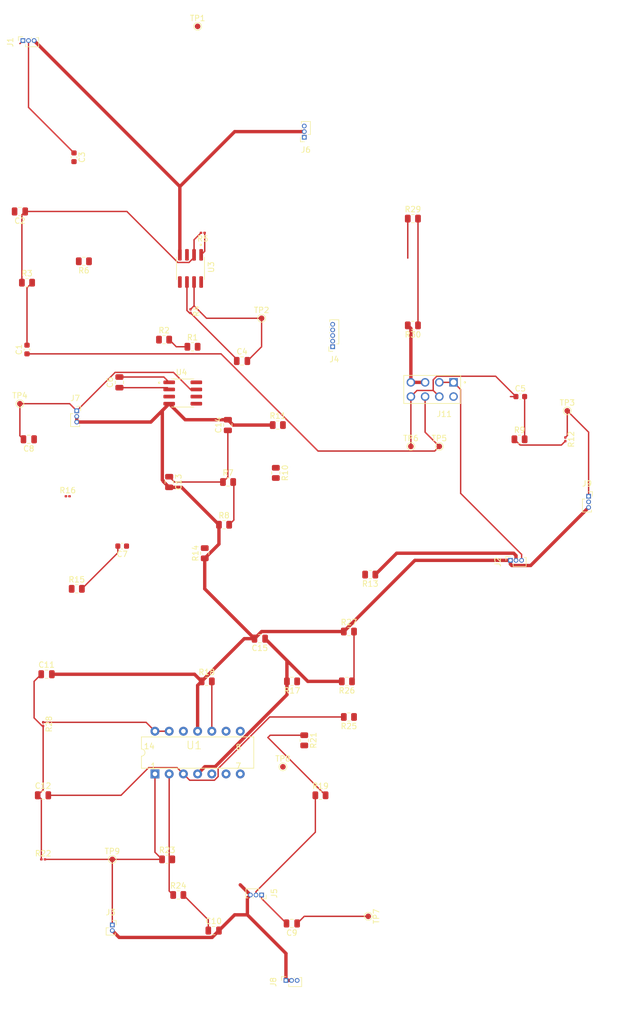
<source format=kicad_pcb>
(kicad_pcb (version 20221018) (generator pcbnew)
  (layers (0 "F.Cu" signal) (31 "B.Cu" signal) (34 "B.Paste" user) (35 "F.Paste" user) (36 "B.SilkS" user "B.Silkscreen") (37 "F.SilkS" user "F.Silkscreen") (38 "B.Mask" user) (39 "F.Mask" user) (44 "Edge.Cuts" user))
  (net 0 "")
  (net 1 "RxIn1")
  (net 2 "Net-(C1-Pad2)")
  (net 3 "Net-(U3A--)")
  (net 4 "Net-(J1-Pin_1)")
  (net 5 "Net-(J1-Pin_2)")
  (net 6 "Net-(C3-Pad2)")
  (net 7 "Net-(U3B--)")
  (net 8 "RxOut1")
  (net 9 "RxIn2")
  (net 10 "Net-(C5-Pad2)")
  (net 11 "Net-(U4A--)")
  (net 12 "Net-(J9-Pin_1)")
  (net 13 "Net-(J9-Pin_2)")
  (net 14 "Net-(C7-Pad2)")
  (net 15 "Net-(U4B--)")
  (net 16 "RxOut2")
  (net 17 "Net-(J8-Pin_3)")
  (net 18 "Net-(J5-Pin_1)")
  (net 19 "Net-(C10-Pad1)")
  (net 20 "GND")
  (net 21 "Net-(C11-Pad1)")
  (net 22 "Net-(U1A-+)")
  (net 23 "+3.3V")
  (net 24 "+12V")
  (net 25 "RxIn")
  (net 26 "TxOut")
  (net 27 "Net-(J4-Pin_5)")
  (net 28 "Net-(J5-Pin_2)")
  (net 29 "Net-(U3A-+)")
  (net 30 "Net-(U3B-+)")
  (net 31 "Net-(U4A-+)")
  (net 32 "Net-(U4B-+)")
  (net 33 "Net-(U1C-+)")
  (net 34 "Net-(U1C--)")
  (net 35 "Net-(U1D-+)")
  (net 36 "Net-(U1A--)")
  (net 37 "Net-(R25-Pad1)")
  (net 38 "Net-(U1D--)")
  (footprint "Capacitor_SMD:C_0805_2012Metric" (layer "F.Cu") (at 43.5 91.44 180)
    (fp_text reference "C8" (at 0 -1.68) (layer "F.SilkS"))
    (fp_text value "22p")
    (pad "1" smd roundrect (at -0.95 0 180) (size 1 1.45) (layers "F.Cu" "F.Paste" "F.Mask") (net 15 "Net-(U4B--)"))
    (pad "2" smd roundrect (at 0.95 0 180) (size 1 1.45) (layers "F.Cu" "F.Paste" "F.Mask") (net 16 "RxOut2"))
  )
  (footprint "Resistor_SMD:R_0201_0603Metric" (layer "F.Cu") (at 72.39 68.58 -90)
    (fp_text reference "R4" (at 0 -1.05 90) (layer "F.SilkS"))
    (fp_text value "120k")
    (pad "1" smd roundrect (at -0.32 0 270) (size 0.46 0.4) (layers "F.Cu" "F.Mask") (net 8 "RxOut1"))
    (pad "2" smd roundrect (at 0.32 0 270) (size 0.46 0.4) (layers "F.Cu" "F.Mask") (net 7 "Net-(U3B--)"))
  )
  (footprint "Capacitor_SMD:C_0805_2012Metric" (layer "F.Cu") (at 90.49 177.8 180)
    (fp_text reference "C9" (at 0 -1.68) (layer "F.SilkS"))
    (fp_text value "10u")
    (pad "1" smd roundrect (at -0.95 0 180) (size 1 1.45) (layers "F.Cu" "F.Paste" "F.Mask") (net 17 "Net-(J8-Pin_3)"))
    (pad "2" smd roundrect (at 0.95 0 180) (size 1 1.45) (layers "F.Cu" "F.Paste" "F.Mask") (net 18 "Net-(J5-Pin_1)"))
  )
  (footprint "Capacitor_SMD:C_0805_2012Metric" (layer "F.Cu") (at 59.69 81.28 90)
    (fp_text reference "C6" (at 0 -1.68 90) (layer "F.SilkS"))
    (fp_text value "22p")
    (pad "1" smd roundrect (at -0.95 0 90) (size 1 1.45) (layers "F.Cu" "F.Paste" "F.Mask") (net 11 "Net-(U4A--)"))
    (pad "2" smd roundrect (at 0.95 0 90) (size 1 1.45) (layers "F.Cu" "F.Paste" "F.Mask") (net 12 "Net-(J9-Pin_1)"))
  )
  (footprint "Resistor_SMD:R_0805_2012Metric" (layer "F.Cu") (at 131.1675 91.44)
    (fp_text reference "R9" (at 0 -1.65) (layer "F.SilkS"))
    (fp_text value "1.2k")
    (pad "1" smd roundrect (at -0.9125 0) (size 1.025 1.4) (layers "F.Cu" "F.Paste" "F.Mask") (roundrect_rratio 0.243902) (net 11 "Net-(U4A--)"))
    (pad "2" smd roundrect (at 0.9125 0) (size 1.025 1.4) (layers "F.Cu" "F.Paste" "F.Mask") (roundrect_rratio 0.243902) (net 10 "Net-(C5-Pad2)"))
  )
  (footprint "Connector_PinSocket_1.00mm:PinSocket_1x03_P1.00mm_Vertical" (layer "F.Cu") (at 89.44 187.96 90)
    (fp_text reference "J8" (at -0.29 -2.25 90) (layer "F.SilkS"))
    (fp_text value "Conn_01x03_Socket")
    (pad "1" thru_hole rect (at 0 0 90) (size 0.85 0.85) (drill 0.5) (layers "*.Cu" "*.Mask") (net 20 "GND"))
    (pad "2" thru_hole oval (at 0 1 90) (size 0.85 0.85) (drill 0.5) (layers "*.Cu" "*.Mask") (net 20 "GND"))
    (pad "3" thru_hole oval (at 0 2 90) (size 0.85 0.85) (drill 0.5) (layers "*.Cu" "*.Mask") (net 17 "Net-(J8-Pin_3)"))
  )
  (footprint "Capacitor_SMD:C_0805_2012Metric" (layer "F.Cu") (at 46.04 154.94)
    (fp_text reference "C12" (at 0 -1.68) (layer "F.SilkS"))
    (fp_text value "2.2n")
    (pad "1" smd roundrect (at -0.95 0) (size 1 1.45) (layers "F.Cu" "F.Paste" "F.Mask") (net 21 "Net-(C11-Pad1)"))
    (pad "2" smd roundrect (at 0.95 0) (size 1 1.45) (layers "F.Cu" "F.Paste" "F.Mask") (net 22 "Net-(U1A-+)"))
  )
  (footprint "Resistor_SMD:R_0805_2012Metric" (layer "F.Cu") (at 112.1175 52.07)
    (fp_text reference "R29" (at 0 -1.65) (layer "F.SilkS"))
    (fp_text value "240")
    (pad "1" smd roundrect (at -0.9125 0) (size 1.025 1.4) (layers "F.Cu" "F.Paste" "F.Mask") (roundrect_rratio 0.243902) (net 23 "+3.3V"))
    (pad "2" smd roundrect (at 0.9125 0) (size 1.025 1.4) (layers "F.Cu" "F.Paste" "F.Mask") (roundrect_rratio 0.243902) (net 27 "Net-(J4-Pin_5)"))
  )
  (footprint "Resistor_SMD:R_0805_2012Metric" (layer "F.Cu") (at 67.6675 73.66)
    (fp_text reference "R2" (at 0 -1.65) (layer "F.SilkS"))
    (fp_text value "10k")
    (pad "1" smd roundrect (at -0.9125 0) (size 1.025 1.4) (layers "F.Cu" "F.Paste" "F.Mask") (roundrect_rratio 0.243902) (net 20 "GND"))
    (pad "2" smd roundrect (at 0.9125 0) (size 1.025 1.4) (layers "F.Cu" "F.Paste" "F.Mask") (roundrect_rratio 0.243902) (net 29 "Net-(U3A-+)"))
  )
  (footprint "Connector_PinSocket_1.00mm:PinSocket_1x02_P1.00mm_Vertical" (layer "F.Cu") (at 58.42 178.07)
    (fp_text reference "J3" (at -0.29 -2.25) (layer "F.SilkS"))
    (fp_text value "Conn_01x02_Socket")
    (pad "1" thru_hole rect (at 0 0) (size 0.85 0.85) (drill 0.5) (layers "*.Cu" "*.Mask") (net 26 "TxOut"))
    (pad "2" thru_hole oval (at 0 1) (size 0.85 0.85) (drill 0.5) (layers "*.Cu" "*.Mask") (net 20 "GND"))
  )
  (footprint "Resistor_SMD:R_0805_2012Metric" (layer "F.Cu") (at 74.93 111.76 90)
    (fp_text reference "R14" (at 0 -1.65 90) (layer "F.SilkS"))
    (fp_text value "10k")
    (pad "1" smd roundrect (at -0.9125 0 90) (size 1.025 1.4) (layers "F.Cu" "F.Paste" "F.Mask") (roundrect_rratio 0.243902) (net 20 "GND"))
    (pad "2" smd roundrect (at 0.9125 0 90) (size 1.025 1.4) (layers "F.Cu" "F.Paste" "F.Mask") (roundrect_rratio 0.243902) (net 32 "Net-(U4B-+)"))
  )
  (footprint "TestPoint:TestPoint_Pad_D1.0mm" (layer "F.Cu") (at 85.09 69.85)
    (fp_text reference "TP2" (at 0 -1.448) (layer "F.SilkS"))
    (fp_text value "TestPoint")
    (pad "1" smd circle (at 0 0) (size 1 1) (layers "F.Cu" "F.Mask") (net 8 "RxOut1"))
  )
  (footprint "MC33079P:DIL14" (layer "F.Cu") (at 73.66 147.32)
    (fp_text reference "U1" (at -0.635 -1.2954) (layer "F.SilkS") (effects (font (size 1.4 1.4))))
    (fp_text value "MC33079")
    (fp_text user "7" (at 7.2898 2.3876) (layer "F.SilkS"))
    (fp_text user "14" (at -8.636 -1.1176) (layer "F.SilkS"))
    (fp_text user "8" (at 7.2898 -0.9398) (layer "F.SilkS"))
    (fp_text user "1" (at -7.9248 2.3876) (layer "F.SilkS"))
    (pad "1" thru_hole rect (at -7.62 3.81) (size 1.6002 1.6002) (drill 0.8128) (layers "*.Cu" "*.Mask") (net 26 "TxOut"))
    (pad "2" thru_hole circle (at -5.08 3.81) (size 1.6002 1.6002) (drill 0.8128) (layers "*.Cu" "*.Mask") (net 36 "Net-(U1A--)"))
    (pad "3" thru_hole circle (at -2.54 3.81) (size 1.6002 1.6002) (drill 0.8128) (layers "*.Cu" "*.Mask") (net 22 "Net-(U1A-+)"))
    (pad "4" thru_hole circle (at 0 3.81) (size 1.6002 1.6002) (drill 0.8128) (layers "*.Cu" "*.Mask") (net 24 "+12V"))
    (pad "5" thru_hole circle (at 2.54 3.81) (size 1.6002 1.6002) (drill 0.8128) (layers "*.Cu" "*.Mask") (net 20 "GND"))
    (pad "6" thru_hole circle (at 5.08 3.81) (size 1.6002 1.6002) (drill 0.8128) (layers "*.Cu" "*.Mask") (net 20 "GND"))
    (pad "7" thru_hole circle (at 7.62 3.81) (size 1.6002 1.6002) (drill 0.8128) (layers "*.Cu" "*.Mask") (net 20 "GND"))
    (pad "8" thru_hole circle (at 7.62 -3.81) (size 1.6002 1.6002) (drill 0.8128) (layers "*.Cu" "*.Mask") (net 35 "Net-(U1D-+)"))
    (pad "9" thru_hole circle (at 5.08 -3.81) (size 1.6002 1.6002) (drill 0.8128) (layers "*.Cu" "*.Mask") (net 34 "Net-(U1C--)"))
    (pad "10" thru_hole circle (at 2.54 -3.81) (size 1.6002 1.6002) (drill 0.8128) (layers "*.Cu" "*.Mask") (net 33 "Net-(U1C-+)"))
    (pad "11" thru_hole circle (at 0 -3.81) (size 1.6002 1.6002) (drill 0.8128) (layers "*.Cu" "*.Mask") (net 20 "GND"))
    (pad "12" thru_hole circle (at -2.54 -3.81) (size 1.6002 1.6002) (drill 0.8128) (layers "*.Cu" "*.Mask") (net 35 "Net-(U1D-+)"))
    (pad "13" thru_hole circle (at -5.08 -3.81) (size 1.6002 1.6002) (drill 0.8128) (layers "*.Cu" "*.Mask") (net 38 "Net-(U1D--)"))
    (pad "14" thru_hole circle (at -7.62 -3.81) (size 1.6002 1.6002) (drill 0.8128) (layers "*.Cu" "*.Mask") (net 38 "Net-(U1D--)"))
  )
  (footprint "Resistor_SMD:R_0201_0603Metric" (layer "F.Cu") (at 46.065 142.24 -90)
    (fp_text reference "R28" (at 0 -1.05 90) (layer "F.SilkS"))
    (fp_text value "1.8k")
    (pad "1" smd roundrect (at -0.32 0 270) (size 0.46 0.4) (layers "F.Cu" "F.Mask") (net 38 "Net-(U1D--)"))
    (pad "2" smd roundrect (at 0.32 0 270) (size 0.46 0.4) (layers "F.Cu" "F.Mask") (net 21 "Net-(C11-Pad1)"))
  )
  (footprint "TestPoint:TestPoint_Pad_D1.0mm" (layer "F.Cu") (at 104.14 176.53 -90)
    (fp_text reference "TP7" (at 0 -1.448 90) (layer "F.SilkS"))
    (fp_text value "TestPoint")
    (pad "1" smd circle (at 0 0 270) (size 1 1) (layers "F.Cu" "F.Mask") (net 17 "Net-(J8-Pin_3)"))
  )
  (footprint "Resistor_SMD:R_0805_2012Metric" (layer "F.Cu") (at 68.2225 166.37)
    (fp_text reference "R23" (at 0 -1.65) (layer "F.SilkS"))
    (fp_text value "20k")
    (pad "1" smd roundrect (at -0.9125 0) (size 1.025 1.4) (layers "F.Cu" "F.Paste" "F.Mask") (roundrect_rratio 0.243902) (net 26 "TxOut"))
    (pad "2" smd roundrect (at 0.9125 0) (size 1.025 1.4) (layers "F.Cu" "F.Paste" "F.Mask") (roundrect_rratio 0.243902) (net 36 "Net-(U1A--)"))
  )
  (footprint "Resistor_SMD:R_0805_2012Metric" (layer "F.Cu") (at 53.34 59.69 180)
    (fp_text reference "R6" (at 0 -1.65) (layer "F.SilkS"))
    (fp_text value "1.2k")
    (pad "1" smd roundrect (at -0.9125 0 180) (size 1.025 1.4) (layers "F.Cu" "F.Paste" "F.Mask") (roundrect_rratio 0.243902) (net 7 "Net-(U3B--)"))
    (pad "2" smd roundrect (at 0.9125 0 180) (size 1.025 1.4) (layers "F.Cu" "F.Paste" "F.Mask") (roundrect_rratio 0.243902) (net 6 "Net-(C3-Pad2)"))
  )
  (footprint "Resistor_SMD:R_0805_2012Metric" (layer "F.Cu") (at 78.3825 106.68)
    (fp_text reference "R8" (at 0 -1.65) (layer "F.SilkS"))
    (fp_text value "10k")
    (pad "1" smd roundrect (at -0.9125 0) (size 1.025 1.4) (layers "F.Cu" "F.Paste" "F.Mask") (roundrect_rratio 0.243902) (net 20 "GND"))
    (pad "2" smd roundrect (at 0.9125 0) (size 1.025 1.4) (layers "F.Cu" "F.Paste" "F.Mask") (roundrect_rratio 0.243902) (net 30 "Net-(U3B-+)"))
  )
  (footprint "Capacitor_SMD:C_0805_2012Metric" (layer "F.Cu") (at 81.6 77.47)
    (fp_text reference "C4" (at 0 -1.68) (layer "F.SilkS"))
    (fp_text value "22p")
    (pad "1" smd roundrect (at -0.95 0) (size 1 1.45) (layers "F.Cu" "F.Paste" "F.Mask") (net 7 "Net-(U3B--)"))
    (pad "2" smd roundrect (at 0.95 0) (size 1 1.45) (layers "F.Cu" "F.Paste" "F.Mask") (net 8 "RxOut1"))
  )
  (footprint "Resistor_SMD:R_0201_0603Metric" (layer "F.Cu") (at 50.455 101.6)
    (fp_text reference "R16" (at 0 -1.05) (layer "F.SilkS"))
    (fp_text value "120k")
    (pad "1" smd roundrect (at -0.32 0) (size 0.46 0.4) (layers "F.Cu" "F.Mask") (net 16 "RxOut2"))
    (pad "2" smd roundrect (at 0.32 0) (size 0.46 0.4) (layers "F.Cu" "F.Mask") (net 15 "Net-(U4B--)"))
  )
  (footprint "TestPoint:TestPoint_Pad_D1.0mm" (layer "F.Cu") (at 88.9 149.86)
    (fp_text reference "TP8" (at 0 -1.448) (layer "F.SilkS"))
    (fp_text value "TestPoint")
    (pad "1" smd circle (at 0 0) (size 1 1) (layers "F.Cu" "F.Mask") (net 35 "Net-(U1D-+)"))
  )
  (footprint "Resistor_SMD:R_0201_0603Metric" (layer "F.Cu") (at 74.585 54.61 180)
    (fp_text reference "R5" (at 0 -1.05) (layer "F.SilkS"))
    (fp_text value "120k")
    (pad "1" smd roundrect (at -0.32 0 180) (size 0.46 0.4) (layers "F.Cu" "F.Mask") (net 4 "Net-(J1-Pin_1)"))
    (pad "2" smd roundrect (at 0.32 0 180) (size 0.46 0.4) (layers "F.Cu" "F.Mask") (net 3 "Net-(U3A--)"))
  )
  (footprint "TestPoint:TestPoint_Pad_D1.0mm" (layer "F.Cu") (at 139.7 86.36)
    (fp_text reference "TP3" (at 0 -1.448) (layer "F.SilkS"))
    (fp_text value "TestPoint")
    (pad "1" smd circle (at 0 0) (size 1 1) (layers "F.Cu" "F.Mask") (net 12 "Net-(J9-Pin_1)"))
  )
  (footprint "TL082:SOIC127P600X175-8N" (layer "F.Cu") (at 72.39 60.96 -90)
    (fp_text reference "U3" (at -0.22823 -3.69219 90) (layer "F.SilkS") (effects (font (size 1.00126 1.00126))))
    (fp_text value "TL082")
    (pad "1" smd roundrect (at -2.425 -1.905 270) (size 2.07 0.66) (layers "F.Cu" "F.Paste" "F.Mask") (net 4 "Net-(J1-Pin_1)"))
    (pad "2" smd roundrect (at -2.425 -0.635 270) (size 2.07 0.66) (layers "F.Cu" "F.Paste" "F.Mask") (net 3 "Net-(U3A--)"))
    (pad "3" smd roundrect (at -2.425 0.635 270) (size 2.07 0.66) (layers "F.Cu" "F.Paste" "F.Mask") (net 29 "Net-(U3A-+)"))
    (pad "4" smd roundrect (at -2.425 1.905 270) (size 2.07 0.66) (layers "F.Cu" "F.Paste" "F.Mask") (net 20 "GND"))
    (pad "5" smd roundrect (at 2.425 1.905 270) (size 2.07 0.66) (layers "F.Cu" "F.Paste" "F.Mask") (net 30 "Net-(U3B-+)"))
    (pad "6" smd roundrect (at 2.425 0.635 270) (size 2.07 0.66) (layers "F.Cu" "F.Paste" "F.Mask") (net 7 "Net-(U3B--)"))
    (pad "7" smd roundrect (at 2.425 -0.635 270) (size 2.07 0.66) (layers "F.Cu" "F.Paste" "F.Mask") (net 8 "RxOut1"))
    (pad "8" smd roundrect (at 2.425 -1.905 270) (size 2.07 0.66) (layers "F.Cu" "F.Paste" "F.Mask") (net 23 "+3.3V"))
  )
  (footprint "Capacitor_SMD:C_0805_2012Metric" (layer "F.Cu") (at 79.06 88.9 90)
    (fp_text reference "C14" (at 0 -1.68 90) (layer "F.SilkS"))
    (fp_text value "0.1u")
    (pad "1" smd roundrect (at -0.95 0 90) (size 1 1.45) (layers "F.Cu" "F.Paste" "F.Mask") (net 23 "+3.3V"))
    (pad "2" smd roundrect (at 0.95 0 90) (size 1 1.45) (layers "F.Cu" "F.Paste" "F.Mask") (net 20 "GND"))
  )
  (footprint "TestPoint:TestPoint_Pad_D1.0mm" (layer "F.Cu") (at 111.76 92.71)
    (fp_text reference "TP6" (at 0 -1.448) (layer "F.SilkS"))
    (fp_text value "TestPoint")
    (pad "1" smd circle (at 0 0) (size 1 1) (layers "F.Cu" "F.Mask") (net 9 "RxIn2"))
  )
  (footprint "Capacitor_SMD:C_0603_1608Metric" (layer "F.Cu") (at 43.18 75.425 90)
    (fp_text reference "C1" (at 0 -1.43 90) (layer "F.SilkS"))
    (fp_text value "6.8n")
    (pad "1" smd roundrect (at -0.775 0 90) (size 0.9 0.95) (layers "F.Cu" "F.Paste" "F.Mask") (net 1 "RxIn1"))
    (pad "2" smd roundrect (at 0.775 0 90) (size 0.9 0.95) (layers "F.Cu" "F.Paste" "F.Mask") (net 2 "Net-(C1-Pad2)"))
  )
  (footprint "Resistor_SMD:R_0805_2012Metric" (layer "F.Cu") (at 43.18 63.5)
    (fp_text reference "R3" (at 0 -1.65) (layer "F.SilkS"))
    (fp_text value "1.2k")
    (pad "1" smd roundrect (at -0.9125 0) (size 1.025 1.4) (layers "F.Cu" "F.Paste" "F.Mask") (roundrect_rratio 0.243902) (net 3 "Net-(U3A--)"))
    (pad "2" smd roundrect (at 0.9125 0) (size 1.025 1.4) (layers "F.Cu" "F.Paste" "F.Mask") (roundrect_rratio 0.243902) (net 2 "Net-(C1-Pad2)"))
  )
  (footprint "Resistor_SMD:R_0805_2012Metric" (layer "F.Cu") (at 104.4975 115.57 180)
    (fp_text reference "R13" (at 0 -1.65) (layer "F.SilkS"))
    (fp_text value "10k")
    (pad "1" smd roundrect (at -0.9125 0 180) (size 1.025 1.4) (layers "F.Cu" "F.Paste" "F.Mask") (roundrect_rratio 0.243902) (net 23 "+3.3V"))
    (pad "2" smd roundrect (at 0.9125 0 180) (size 1.025 1.4) (layers "F.Cu" "F.Paste" "F.Mask") (roundrect_rratio 0.243902) (net 32 "Net-(U4B-+)"))
  )
  (footprint "TestPoint:TestPoint_Pad_D1.0mm" (layer "F.Cu") (at 73.66 17.78)
    (fp_text reference "TP1" (at 0 -1.448) (layer "F.SilkS"))
    (fp_text value "TestPoint")
    (pad "1" smd circle (at 0 0) (size 1 1) (layers "F.Cu" "F.Mask") (net 4 "Net-(J1-Pin_1)"))
  )
  (footprint "TestPoint:TestPoint_Pad_D1.0mm" (layer "F.Cu") (at 41.91 85.09)
    (fp_text reference "TP4" (at 0 -1.448) (layer "F.SilkS"))
    (fp_text value "TestPoint")
    (pad "1" smd circle (at 0 0) (size 1 1) (layers "F.Cu" "F.Mask") (net 16 "RxOut2"))
  )
  (footprint "Resistor_SMD:R_0805_2012Metric" (layer "F.Cu") (at 75.2875 134.62)
    (fp_text reference "R18" (at 0 -1.65) (layer "F.SilkS"))
    (fp_text value "10k")
    (pad "1" smd roundrect (at -0.9125 0) (size 1.025 1.4) (layers "F.Cu" "F.Paste" "F.Mask") (roundrect_rratio 0.243902) (net 20 "GND"))
    (pad "2" smd roundrect (at 0.9125 0) (size 1.025 1.4) (layers "F.Cu" "F.Paste" "F.Mask") (roundrect_rratio 0.243902) (net 33 "Net-(U1C-+)"))
  )
  (footprint "Resistor_SMD:R_0805_2012Metric" (layer "F.Cu") (at 90.5275 134.62 180)
    (fp_text reference "R17" (at 0 -1.65) (layer "F.SilkS"))
    (fp_text value "10k")
    (pad "1" smd roundrect (at -0.9125 0 180) (size 1.025 1.4) (layers "F.Cu" "F.Paste" "F.Mask") (roundrect_rratio 0.243902) (net 33 "Net-(U1C-+)"))
    (pad "2" smd roundrect (at 0.9125 0 180) (size 1.025 1.4) (layers "F.Cu" "F.Paste" "F.Mask") (roundrect_rratio 0.243902) (net 24 "+12V"))
  )
  (footprint "Connector_PinSocket_1.00mm:PinSocket_1x03_P1.00mm_Vertical" (layer "F.Cu") (at 92.71 37.56 180)
    (fp_text reference "J6" (at -0.29 -2.25) (layer "F.SilkS"))
    (fp_text value "Conn_01x03_Socket")
    (pad "1" thru_hole rect (at 0 0 180) (size 0.85 0.85) (drill 0.5) (layers "*.Cu" "*.Mask") (net 8 "RxOut1"))
    (pad "2" thru_hole oval (at 0 1 180) (size 0.85 0.85) (drill 0.5) (layers "*.Cu" "*.Mask") (net 20 "GND"))
    (pad "3" thru_hole oval (at 0 2 180) (size 0.85 0.85) (drill 0.5) (layers "*.Cu" "*.Mask") (net 20 "GND"))
  )
  (footprint "Capacitor_SMD:C_0603_1608Metric" (layer "F.Cu") (at 131.305 83.82)
    (fp_text reference "C5" (at 0 -1.43) (layer "F.SilkS"))
    (fp_text value "6.8n")
    (pad "1" smd roundrect (at -0.775 0) (size 0.9 0.95) (layers "F.Cu" "F.Paste" "F.Mask") (net 9 "RxIn2"))
    (pad "2" smd roundrect (at 0.775 0) (size 0.9 0.95) (layers "F.Cu" "F.Paste" "F.Mask") (net 10 "Net-(C5-Pad2)"))
  )
  (footprint "Resistor_SMD:R_0201_0603Metric" (layer "F.Cu") (at 46.065 166.37)
    (fp_text reference "R22" (at 0 -1.05) (layer "F.SilkS"))
    (fp_text value "1.8k")
    (pad "1" smd roundrect (at -0.32 0) (size 0.46 0.4) (layers "F.Cu" "F.Mask") (net 21 "Net-(C11-Pad1)"))
    (pad "2" smd roundrect (at 0.32 0) (size 0.46 0.4) (layers "F.Cu" "F.Mask") (net 26 "TxOut"))
  )
  (footprint "Resistor_SMD:R_0805_2012Metric" (layer "F.Cu") (at 100.6875 140.97 180)
    (fp_text reference "R25" (at 0 -1.65) (layer "F.SilkS"))
    (fp_text value "3k")
    (pad "1" smd roundrect (at -0.9125 0 180) (size 1.025 1.4) (layers "F.Cu" "F.Paste" "F.Mask") (roundrect_rratio 0.243902) (net 37 "Net-(R25-Pad1)"))
    (pad "2" smd roundrect (at 0.9125 0 180) (size 1.025 1.4) (layers "F.Cu" "F.Paste" "F.Mask") (roundrect_rratio 0.243902) (net 22 "Net-(U1A-+)"))
  )
  (footprint "Capacitor_SMD:C_0805_2012Metric" (layer "F.Cu") (at 46.67 133.35)
    (fp_text reference "C11" (at 0 -1.68) (layer "F.SilkS"))
    (fp_text value "2.2n")
    (pad "1" smd roundrect (at -0.95 0) (size 1 1.45) (layers "F.Cu" "F.Paste" "F.Mask") (net 21 "Net-(C11-Pad1)"))
    (pad "2" smd roundrect (at 0.95 0) (size 1 1.45) (layers "F.Cu" "F.Paste" "F.Mask") (net 20 "GND"))
  )
  (footprint "Capacitor_SMD:C_0805_2012Metric" (layer "F.Cu") (at 41.91 50.8 180)
    (fp_text reference "C2" (at 0 -1.68) (layer "F.SilkS"))
    (fp_text value "22p")
    (pad "1" smd roundrect (at -0.95 0 180) (size 1 1.45) (layers "F.Cu" "F.Paste" "F.Mask") (net 3 "Net-(U3A--)"))
    (pad "2" smd roundrect (at 0.95 0 180) (size 1 1.45) (layers "F.Cu" "F.Paste" "F.Mask") (net 4 "Net-(J1-Pin_1)"))
  )
  (footprint "Resistor_SMD:R_0805_2012Metric" (layer "F.Cu") (at 72.7475 74.93)
    (fp_text reference "R1" (at 0 -1.65) (layer "F.SilkS"))
    (fp_text value "10k")
    (pad "1" smd roundrect (at -0.9125 0) (size 1.025 1.4) (layers "F.Cu" "F.Paste" "F.Mask") (roundrect_rratio 0.243902) (net 29 "Net-(U3A-+)"))
    (pad "2" smd roundrect (at 0.9125 0) (size 1.025 1.4) (layers "F.Cu" "F.Paste" "F.Mask") (roundrect_rratio 0.243902) (net 23 "+3.3V"))
  )
  (footprint "Resistor_SMD:R_0805_2012Metric" (layer "F.Cu") (at 87.9875 88.9)
    (fp_text reference "R11" (at 0 -1.65) (layer "F.SilkS"))
    (fp_text value "10k")
    (pad "1" smd roundrect (at -0.9125 0) (size 1.025 1.4) (layers "F.Cu" "F.Paste" "F.Mask") (roundrect_rratio 0.243902) (net 20 "GND"))
    (pad "2" smd roundrect (at 0.9125 0) (size 1.025 1.4) (layers "F.Cu" "F.Paste" "F.Mask") (roundrect_rratio 0.243902) (net 31 "Net-(U4A-+)"))
  )
  (footprint "Resistor_SMD:R_0805_2012Metric" (layer "F.Cu") (at 87.63 97.4325 -90)
    (fp_text reference "R10" (at 0 -1.65 90) (layer "F.SilkS"))
    (fp_text value "10k")
    (pad "1" smd roundrect (at -0.9125 0 270) (size 1.025 1.4) (layers "F.Cu" "F.Paste" "F.Mask") (roundrect_rratio 0.243902) (net 31 "Net-(U4A-+)"))
    (pad "2" smd roundrect (at 0.9125 0 270) (size 1.025 1.4) (layers "F.Cu" "F.Paste" "F.Mask") (roundrect_rratio 0.243902) (net 23 "+3.3V"))
  )
  (footprint "Resistor_SMD:R_0805_2012Metric" (layer "F.Cu") (at 52.07 118.11)
    (fp_text reference "R15" (at 0 -1.65) (layer "F.SilkS"))
    (fp_text value "1.2k")
    (pad "1" smd roundrect (at -0.9125 0) (size 1.025 1.4) (layers "F.Cu" "F.Paste" "F.Mask") (roundrect_rratio 0.243902) (net 15 "Net-(U4B--)"))
    (pad "2" smd roundrect (at 0.9125 0) (size 1.025 1.4) (layers "F.Cu" "F.Paste" "F.Mask") (roundrect_rratio 0.243902) (net 14 "Net-(C7-Pad2)"))
  )
  (footprint "Connector_PinSocket_1.00mm:PinSocket_1x03_P1.00mm_Vertical" (layer "F.Cu") (at 52.07 86.36)
    (fp_text reference "J7" (at -0.29 -2.25) (layer "F.SilkS"))
    (fp_text value "Conn_01x03_Socket")
    (pad "1" thru_hole rect (at 0 0) (size 0.85 0.85) (drill 0.5) (layers "*.Cu" "*.Mask") (net 16 "RxOut2"))
    (pad "2" thru_hole oval (at 0 1) (size 0.85 0.85) (drill 0.5) (layers "*.Cu" "*.Mask") (net 20 "GND"))
    (pad "3" thru_hole oval (at 0 2) (size 0.85 0.85) (drill 0.5) (layers "*.Cu" "*.Mask") (net 20 "GND"))
  )
  (footprint "Capacitor_SMD:C_0603_1608Metric" (layer "F.Cu") (at 60.185 110.49 180)
    (fp_text reference "C7" (at 0 -1.43) (layer "F.SilkS"))
    (fp_text value "6.8n")
    (pad "1" smd roundrect (at -0.775 0 180) (size 0.9 0.95) (layers "F.Cu" "F.Paste" "F.Mask") (net 13 "Net-(J9-Pin_2)"))
    (pad "2" smd roundrect (at 0.775 0 180) (size 0.9 0.95) (layers "F.Cu" "F.Paste" "F.Mask") (net 14 "Net-(C7-Pad2)"))
  )
  (footprint "Connector_PinSocket_1.00mm:PinSocket_1x05_P1.00mm_Vertical" (layer "F.Cu") (at 97.79 74.93 180)
    (fp_text reference "J4" (at -0.29 -2.25) (layer "F.SilkS"))
    (fp_text value "Conn_01x05_Socket")
    (pad "1" thru_hole rect (at 0 0 180) (size 0.85 0.85) (drill 0.5) (layers "*.Cu" "*.Mask") (net 24 "+12V"))
    (pad "2" thru_hole oval (at 0 1 180) (size 0.85 0.85) (drill 0.5) (layers "*.Cu" "*.Mask") (net 20 "GND"))
    (pad "3" thru_hole oval (at 0 2 180) (size 0.85 0.85) (drill 0.5) (layers "*.Cu" "*.Mask") (net 24 "+12V"))
    (pad "4" thru_hole oval (at 0 3 180) (size 0.85 0.85) (drill 0.5) (layers "*.Cu" "*.Mask") (net 23 "+3.3V"))
    (pad "5" thru_hole oval (at 0 4 180) (size 0.85 0.85) (drill 0.5) (layers "*.Cu" "*.Mask") (net 27 "Net-(J4-Pin_5)"))
  )
  (footprint "TestPoint:TestPoint_Pad_D1.0mm" (layer "F.Cu") (at 58.42 166.37)
    (fp_text reference "TP9" (at 0 -1.448) (layer "F.SilkS"))
    (fp_text value "TestPoint")
    (pad "1" smd circle (at 0 0) (size 1 1) (layers "F.Cu" "F.Mask") (net 26 "TxOut"))
  )
  (footprint "Resistor_SMD:R_0805_2012Metric" (layer "F.Cu") (at 79.0975 99.06)
    (fp_text reference "R7" (at 0 -1.65) (layer "F.SilkS"))
    (fp_text value "10k")
    (pad "1" smd roundrect (at -0.9125 0) (size 1.025 1.4) (layers "F.Cu" "F.Paste" "F.Mask") (roundrect_rratio 0.243902) (net 23 "+3.3V"))
    (pad "2" smd roundrect (at 0.9125 0) (size 1.025 1.4) (layers "F.Cu" "F.Paste" "F.Mask") (roundrect_rratio 0.243902) (net 30 "Net-(U3B-+)"))
  )
  (footprint "Connector_PinSocket_1.00mm:PinSocket_1x03_P1.00mm_Vertical" (layer "F.Cu") (at 42.45 20.32 90)
    (fp_text reference "J1" (at -0.29 -2.25 90) (layer "F.SilkS"))
    (fp_text value "Conn_01x03_Socket")
    (pad "1" thru_hole rect (at 0 0 90) (size 0.85 0.85) (drill 0.5) (layers "*.Cu" "*.Mask") (net 4 "Net-(J1-Pin_1)"))
    (pad "2" thru_hole oval (at 0 1 90) (size 0.85 0.85) (drill 0.5) (layers "*.Cu" "*.Mask") (net 5 "Net-(J1-Pin_2)"))
    (pad "3" thru_hole oval (at 0 2 90) (size 0.85 0.85) (drill 0.5) (layers "*.Cu" "*.Mask") (net 20 "GND"))
  )
  (footprint "TestPoint:TestPoint_Pad_D1.0mm" (layer "F.Cu") (at 116.84 92.71)
    (fp_text reference "TP5" (at 0 -1.448) (layer "F.SilkS"))
    (fp_text value "TestPoint")
    (pad "1" smd circle (at 0 0) (size 1 1) (layers "F.Cu" "F.Mask") (net 1 "RxIn1"))
  )
  (footprint "Connector_PinSocket_1.00mm:PinSocket_1x03_P1.00mm_Vertical" (layer "F.Cu") (at 129.54 113.03 90)
    (fp_text reference "J2" (at -0.29 -2.25 90) (layer "F.SilkS"))
    (fp_text value "Conn_01x03_Socket")
    (pad "1" thru_hole rect (at 0 0 90) (size 0.85 0.85) (drill 0.5) (layers "*.Cu" "*.Mask") (net 20 "GND"))
    (pad "2" thru_hole oval (at 0 1 90) (size 0.85 0.85) (drill 0.5) (layers "*.Cu" "*.Mask") (net 23 "+3.3V"))
    (pad "3" thru_hole oval (at 0 2 90) (size 0.85 0.85) (drill 0.5) (layers "*.Cu" "*.Mask") (net 25 "RxIn"))
  )
  (footprint "Resistor_SMD:R_0805_2012Metric" (layer "F.Cu") (at 92.71 145.1375 -90)
    (fp_text reference "R21" (at 0 -1.65 90) (layer "F.SilkS"))
    (fp_text value "1k")
    (pad "1" smd roundrect (at -0.9125 0 270) (size 1.025 1.4) (layers "F.Cu" "F.Paste" "F.Mask") (roundrect_rratio 0.243902) (net 34 "Net-(U1C--)"))
    (pad "2" smd roundrect (at 0.9125 0 270) (size 1.025 1.4) (layers "F.Cu" "F.Paste" "F.Mask") (roundrect_rratio 0.243902) (net 35 "Net-(U1D-+)"))
  )
  (footprint "PH2_08_UA:ADAM_PH2-08-UA" (layer "F.Cu") (at 115.57 82.55 180)
    (fp_text reference "J11" (at -2.155 -4.385) (layer "F.SilkS"))
    (fp_text value "PH2-08-UA")
    (pad "1" thru_hole rect (at -3.81 1.27 180) (size 1.53 1.53) (drill 1.02) (layers "*.Cu" "*.Mask") (net 25 "RxIn"))
    (pad "2" thru_hole circle (at -3.81 -1.27 180) (size 1.53 1.53) (drill 1.02) (layers "*.Cu" "*.Mask") (net 1 "RxIn1"))
    (pad "3" thru_hole circle (at -1.27 1.27 180) (size 1.53 1.53) (drill 1.02) (layers "*.Cu" "*.Mask") (net 25 "RxIn"))
    (pad "4" thru_hole circle (at -1.27 -1.27 180) (size 1.53 1.53) (drill 1.02) (layers "*.Cu" "*.Mask") (net 9 "RxIn2"))
    (pad "5" thru_hole circle (at 1.27 1.27 180) (size 1.53 1.53) (drill 1.02) (layers "*.Cu" "*.Mask") (net 20 "GND"))
    (pad "6" thru_hole circle (at 1.27 -1.27 180) (size 1.53 1.53) (drill 1.02) (layers "*.Cu" "*.Mask") (net 1 "RxIn1"))
    (pad "7" thru_hole circle (at 3.81 1.27 180) (size 1.53 1.53) (drill 1.02) (layers "*.Cu" "*.Mask") (net 20 "GND"))
    (pad "8" thru_hole circle (at 3.81 -1.27 180) (size 1.53 1.53) (drill 1.02) (layers "*.Cu" "*.Mask") (net 9 "RxIn2"))
  )
  (footprint "Resistor_SMD:R_0805_2012Metric" (layer "F.Cu") (at 100.33 134.62 180)
    (fp_text reference "R26" (at 0 -1.65) (layer "F.SilkS"))
    (fp_text value "1.2k")
    (pad "1" smd roundrect (at -0.9125 0 180) (size 1.025 1.4) (layers "F.Cu" "F.Paste" "F.Mask") (roundrect_rratio 0.243902) (net 37 "Net-(R25-Pad1)"))
    (pad "2" smd roundrect (at 0.9125 0 180) (size 1.025 1.4) (layers "F.Cu" "F.Paste" "F.Mask") (roundrect_rratio 0.243902) (net 24 "+12V"))
  )
  (footprint "Resistor_SMD:R_0805_2012Metric" (layer "F.Cu") (at 70.2075 172.72)
    (fp_text reference "R24" (at 0 -1.65) (layer "F.SilkS"))
    (fp_text value "11k")
    (pad "1" smd roundrect (at -0.9125 0) (size 1.025 1.4) (layers "F.Cu" "F.Paste" "F.Mask") (roundrect_rratio 0.243902) (net 36 "Net-(U1A--)"))
    (pad "2" smd roundrect (at 0.9125 0) (size 1.025 1.4) (layers "F.Cu" "F.Paste" "F.Mask") (roundrect_rratio 0.243902) (net 19 "Net-(C10-Pad1)"))
  )
  (footprint "Resistor_SMD:R_0201_0603Metric" (layer "F.Cu") (at 139.355 91.44 -90)
    (fp_text reference "R12" (at 0 -1.05 90) (layer "F.SilkS"))
    (fp_text value "120k")
    (pad "1" smd roundrect (at -0.32 0 270) (size 0.46 0.4) (layers "F.Cu" "F.Mask") (net 12 "Net-(J9-Pin_1)"))
    (pad "2" smd roundrect (at 0.32 0 270) (size 0.46 0.4) (layers "F.Cu" "F.Mask") (net 11 "Net-(U4A--)"))
  )
  (footprint "Resistor_SMD:R_0805_2012Metric" (layer "F.Cu") (at 112.1175 71.12 180)
    (fp_text reference "R30" (at 0 -1.65) (layer "F.SilkS"))
    (fp_text value "390")
    (pad "1" smd roundrect (at -0.9125 0 180) (size 1.025 1.4) (layers "F.Cu" "F.Paste" "F.Mask") (roundrect_rratio 0.243902) (net 27 "Net-(J4-Pin_5)"))
    (pad "2" smd roundrect (at 0.9125 0 180) (size 1.025 1.4) (layers "F.Cu" "F.Paste" "F.Mask") (roundrect_rratio 0.243902) (net 20 "GND"))
  )
  (footprint "Connector_PinSocket_1.00mm:PinSocket_1x03_P1.00mm_Vertical" (layer "F.Cu") (at 143.51 101.6)
    (fp_text reference "J9" (at -0.29 -2.25) (layer "F.SilkS"))
    (fp_text value "Conn_01x03_Socket")
    (pad "1" thru_hole rect (at 0 0) (size 0.85 0.85) (drill 0.5) (layers "*.Cu" "*.Mask") (net 12 "Net-(J9-Pin_1)"))
    (pad "2" thru_hole oval (at 0 1) (size 0.85 0.85) (drill 0.5) (layers "*.Cu" "*.Mask") (net 13 "Net-(J9-Pin_2)"))
    (pad "3" thru_hole oval (at 0 2) (size 0.85 0.85) (drill 0.5) (layers "*.Cu" "*.Mask") (net 20 "GND"))
  )
  (footprint "Capacitor_SMD:C_0603_1608Metric" (layer "F.Cu") (at 51.575 41.135 -90)
    (fp_text reference "C3" (at 0 -1.43 90) (layer "F.SilkS"))
    (fp_text value "6.8n")
    (pad "1" smd roundrect (at -0.775 0 270) (size 0.9 0.95) (layers "F.Cu" "F.Paste" "F.Mask") (net 5 "Net-(J1-Pin_2)"))
    (pad "2" smd roundrect (at 0.775 0 270) (size 0.9 0.95) (layers "F.Cu" "F.Paste" "F.Mask") (net 6 "Net-(C3-Pad2)"))
  )
  (footprint "Connector_PinSocket_1.00mm:PinSocket_1x03_P1.00mm_Vertical" (layer "F.Cu") (at 85.09 172.72 -90)
    (fp_text reference "J5" (at -0.29 -2.25 90) (layer "F.SilkS"))
    (fp_text value "Conn_01x03_Socket")
    (pad "1" thru_hole rect (at 0 0 270) (size 0.85 0.85) (drill 0.5) (layers "*.Cu" "*.Mask") (net 18 "Net-(J5-Pin_1)"))
    (pad "2" thru_hole oval (at 0 1 270) (size 0.85 0.85) (drill 0.5) (layers "*.Cu" "*.Mask") (net 28 "Net-(J5-Pin_2)"))
    (pad "3" thru_hole oval (at 0 2 270) (size 0.85 0.85) (drill 0.5) (layers "*.Cu" "*.Mask") (net 20 "GND"))
  )
  (footprint "Capacitor_SMD:C_0805_2012Metric" (layer "F.Cu") (at 76.52 179.07)
    (fp_text reference "C10" (at 0 -1.68) (layer "F.SilkS"))
    (fp_text value "10u")
    (pad "1" smd roundrect (at -0.95 0) (size 1 1.45) (layers "F.Cu" "F.Paste" "F.Mask") (net 19 "Net-(C10-Pad1)"))
    (pad "2" smd roundrect (at 0.95 0) (size 1 1.45) (layers "F.Cu" "F.Paste" "F.Mask") (net 20 "GND"))
  )
  (footprint "Capacitor_SMD:C_0805_2012Metric" (layer "F.Cu") (at 68.58 99.06 -90)
    (fp_text reference "C13" (at 0 -1.68 90) (layer "F.SilkS"))
    (fp_text value "0.1u")
    (pad "1" smd roundrect (at -0.95 0 270) (size 1 1.45) (layers "F.Cu" "F.Paste" "F.Mask") (net 23 "+3.3V"))
    (pad "2" smd roundrect (at 0.95 0 270) (size 1 1.45) (layers "F.Cu" "F.Paste" "F.Mask") (net 20 "GND"))
  )
  (footprint "Resistor_SMD:R_0805_2012Metric" (layer "F.Cu") (at 100.6875 125.73)
    (fp_text reference "R27" (at 0 -1.65) (layer "F.SilkS"))
    (fp_text value "1.2k")
    (pad "1" smd roundrect (at -0.9125 0) (size 1.025 1.4) (layers "F.Cu" "F.Paste" "F.Mask") (roundrect_rratio 0.243902) (net 20 "GND"))
    (pad "2" smd roundrect (at 0.9125 0) (size 1.025 1.4) (layers "F.Cu" "F.Paste" "F.Mask") (roundrect_rratio 0.243902) (net 37 "Net-(R25-Pad1)"))
  )
  (footprint "Resistor_SMD:R_0805_2012Metric" (layer "F.Cu") (at 95.6075 154.94)
    (fp_text reference "R19" (at 0 -1.65) (layer "F.SilkS"))
    (fp_text value "10")
    (pad "1" smd roundrect (at -0.9125 0) (size 1.025 1.4) (layers "F.Cu" "F.Paste" "F.Mask") (roundrect_rratio 0.243902) (net 28 "Net-(J5-Pin_2)"))
    (pad "2" smd roundrect (at 0.9125 0) (size 1.025 1.4) (layers "F.Cu" "F.Paste" "F.Mask") (roundrect_rratio 0.243902) (net 34 "Net-(U1C--)"))
  )
  (footprint "TL082:SOIC127P600X175-8N" (layer "F.Cu") (at 71.005 83.185)
    (fp_text reference "U4" (at -0.22823 -3.69219) (layer "F.SilkS") (effects (font (size 1.00126 1.00126))))
    (fp_text value "TL082")
    (pad "1" smd roundrect (at -2.425 -1.905) (size 2.07 0.66) (layers "F.Cu" "F.Paste" "F.Mask") (net 12 "Net-(J9-Pin_1)"))
    (pad "2" smd roundrect (at -2.425 -0.635) (size 2.07 0.66) (layers "F.Cu" "F.Paste" "F.Mask") (net 11 "Net-(U4A--)"))
    (pad "3" smd roundrect (at -2.425 0.635) (size 2.07 0.66) (layers "F.Cu" "F.Paste" "F.Mask") (net 31 "Net-(U4A-+)"))
    (pad "4" smd roundrect (at -2.425 1.905) (size 2.07 0.66) (layers "F.Cu" "F.Paste" "F.Mask") (net 20 "GND"))
    (pad "5" smd roundrect (at 2.425 1.905) (size 2.07 0.66) (layers "F.Cu" "F.Paste" "F.Mask") (net 32 "Net-(U4B-+)"))
    (pad "6" smd roundrect (at 2.425 0.635) (size 2.07 0.66) (layers "F.Cu" "F.Paste" "F.Mask") (net 15 "Net-(U4B--)"))
    (pad "7" smd roundrect (at 2.425 -0.635) (size 2.07 0.66) (layers "F.Cu" "F.Paste" "F.Mask") (net 16 "RxOut2"))
    (pad "8" smd roundrect (at 2.425 -1.905) (size 2.07 0.66) (layers "F.Cu" "F.Paste" "F.Mask") (net 23 "+3.3V"))
  )
  (footprint "Capacitor_SMD:C_0805_2012Metric" (layer "F.Cu") (at 84.77 127 180)
    (fp_text reference "C15" (at 0 -1.68) (layer "F.SilkS"))
    (fp_text value "0.1u")
    (pad "1" smd roundrect (at -0.95 0 180) (size 1 1.45) (layers "F.Cu" "F.Paste" "F.Mask") (net 24 "+12V"))
    (pad "2" smd roundrect (at 0.95 0 180) (size 1 1.45) (layers "F.Cu" "F.Paste" "F.Mask") (net 20 "GND"))
  )
  (segment (start 114.3 90.17) (end 116.84 92.71) (width 0.25) (layer "F.Cu") (net 1))
  (segment (start 43.18 76.2) (end 77.841827 76.2) (width 0.25) (layer "F.Cu") (net 1))
  (segment (start 114.3 83.82) (end 114.3 90.17) (width 0.25) (layer "F.Cu") (net 1))
  (segment (start 116.015 93.535) (end 116.84 92.71) (width 0.25) (layer "F.Cu") (net 1))
  (segment (start 95.176827 93.535) (end 116.015 93.535) (width 0.25) (layer "F.Cu") (net 1))
  (segment (start 77.841827 76.2) (end 95.176827 93.535) (width 0.25) (layer "F.Cu") (net 1))
  (segment (start 43.18 64.4125) (end 44.0925 63.5) (width 0.25) (layer "F.Cu") (net 2))
  (segment (start 43.18 74.65) (end 43.18 64.4125) (width 0.25) (layer "F.Cu") (net 2))
  (segment (start 73.025 58.992965) (end 73.025 58.535) (width 0.25) (layer "F.Cu") (net 3))
  (segment (start 74.265 54.61) (end 73.025 55.85) (width 0.25) (layer "F.Cu") (net 3))
  (segment (start 73.025 55.85) (end 73.025 58.535) (width 0.25) (layer "F.Cu") (net 3))
  (segment (start 42.2675 63.5) (end 42.2675 51.3925) (width 0.25) (layer "F.Cu") (net 3))
  (segment (start 42.2675 51.3925) (end 42.86 50.8) (width 0.25) (layer "F.Cu") (net 3))
  (segment (start 72.122965 59.895) (end 73.025 58.992965) (width 0.25) (layer "F.Cu") (net 3))
  (segment (start 70.117035 59.895) (end 72.122965 59.895) (width 0.25) (layer "F.Cu") (net 3))
  (segment (start 42.86 50.8) (end 61.022035 50.8) (width 0.25) (layer "F.Cu") (net 3))
  (segment (start 61.022035 50.8) (end 70.117035 59.895) (width 0.25) (layer "F.Cu") (net 3))
  (segment (start 74.295 58.535) (end 74.93 57.9) (width 0.25) (layer "F.Cu") (net 4))
  (segment (start 41.91 20.86) (end 42.45 20.32) (width 0.25) (layer "F.Cu") (net 4))
  (segment (start 74.93 54.635) (end 74.905 54.61) (width 0.25) (layer "F.Cu") (net 4))
  (segment (start 74.93 57.9) (end 74.93 54.635) (width 0.25) (layer "F.Cu") (net 4))
  (segment (start 43.45 32.235) (end 43.45 20.32) (width 0.25) (layer "F.Cu") (net 5))
  (segment (start 51.575 40.36) (end 43.45 32.235) (width 0.25) (layer "F.Cu") (net 5))
  (segment (start 71.755 68.456041) (end 71.755 63.385) (width 0.25) (layer "F.Cu") (net 7))
  (segment (start 72.39 68.9) (end 72.198959 68.9) (width 0.25) (layer "F.Cu") (net 7))
  (segment (start 72.39 68.9) (end 80.65 77.16) (width 0.25) (layer "F.Cu") (net 7))
  (segment (start 80.65 77.16) (end 80.65 77.47) (width 0.25) (layer "F.Cu") (net 7))
  (segment (start 72.198959 68.9) (end 71.755 68.456041) (width 0.25) (layer "F.Cu") (net 7))
  (segment (start 72.39 68.26) (end 73.025 67.625) (width 0.25) (layer "F.Cu") (net 8))
  (segment (start 75.25 69.85) (end 85.09 69.85) (width 0.25) (layer "F.Cu") (net 8))
  (segment (start 85.09 74.93) (end 85.09 69.85) (width 0.25) (layer "F.Cu") (net 8))
  (segment (start 82.55 77.47) (end 85.09 74.93) (width 0.25) (layer "F.Cu") (net 8))
  (segment (start 73.025 67.625) (end 73.025 63.385) (width 0.25) (layer "F.Cu") (net 8))
  (segment (start 73.025 67.625) (end 75.25 69.85) (width 0.25) (layer "F.Cu") (net 8))
  (segment (start 111.76 83.82) (end 112.85 82.73) (width 0.25) (layer "F.Cu") (net 9))
  (segment (start 116.84 83.82) (end 115.75 82.73) (width 0.25) (layer "F.Cu") (net 9))
  (segment (start 111.76 92.71) (end 111.76 83.82) (width 0.25) (layer "F.Cu") (net 9))
  (segment (start 112.85 82.73) (end 115.75 82.73) (width 0.25) (layer "F.Cu") (net 9))
  (segment (start 130.53 83.82) (end 129.54 83.82) (width 0.25) (layer "F.Cu") (net 9))
  (segment (start 126.9 80.19) (end 130.53 83.82) (width 0.25) (layer "F.Cu") (net 9))
  (segment (start 115.75 80.828507) (end 116.388507 80.19) (width 0.25) (layer "F.Cu") (net 9))
  (segment (start 116.388507 80.19) (end 126.9 80.19) (width 0.25) (layer "F.Cu") (net 9))
  (segment (start 115.75 82.73) (end 115.75 80.828507) (width 0.25) (layer "F.Cu") (net 9))
  (segment (start 132.08 91.44) (end 132.08 83.82) (width 0.25) (layer "F.Cu") (net 10))
  (segment (start 59.69 82.23) (end 68.26 82.23) (width 0.25) (layer "F.Cu") (net 11))
  (segment (start 131.28 92.465) (end 130.255 91.44) (width 0.25) (layer "F.Cu") (net 11))
  (segment (start 68.26 82.23) (end 68.58 82.55) (width 0.25) (layer "F.Cu") (net 11))
  (segment (start 139.355 91.76) (end 138.65 92.465) (width 0.25) (layer "F.Cu") (net 11))
  (segment (start 138.65 92.465) (end 131.28 92.465) (width 0.25) (layer "F.Cu") (net 11))
  (segment (start 143.51 90.17) (end 139.7 86.36) (width 0.25) (layer "F.Cu") (net 12))
  (segment (start 143.51 101.6) (end 143.51 90.17) (width 0.25) (layer "F.Cu") (net 12))
  (segment (start 59.69 80.33) (end 67.63 80.33) (width 0.25) (layer "F.Cu") (net 12))
  (segment (start 139.7 90.775) (end 139.355 91.12) (width 0.25) (layer "F.Cu") (net 12))
  (segment (start 67.63 80.33) (end 68.58 81.28) (width 0.25) (layer "F.Cu") (net 12))
  (segment (start 139.7 86.36) (end 139.7 90.775) (width 0.25) (layer "F.Cu") (net 12))
  (segment (start 59.41 111.6825) (end 59.41 110.49) (width 0.25) (layer "F.Cu") (net 14))
  (segment (start 52.9825 118.11) (end 59.41 111.6825) (width 0.25) (layer "F.Cu") (net 14))
  (segment (start 41.91 85.09) (end 50.8 85.09) (width 0.25) (layer "F.Cu") (net 16))
  (segment (start 52.07 86.36) (end 58.925 79.505) (width 0.25) (layer "F.Cu") (net 16))
  (segment (start 69.345 79.505) (end 72.39 82.55) (width 0.25) (layer "F.Cu") (net 16))
  (segment (start 41.91 90.8) (end 41.91 85.09) (width 0.25) (layer "F.Cu") (net 16))
  (segment (start 58.925 79.505) (end 69.345 79.505) (width 0.25) (layer "F.Cu") (net 16))
  (segment (start 50.8 85.09) (end 52.07 86.36) (width 0.25) (layer "F.Cu") (net 16))
  (segment (start 72.39 82.55) (end 73.43 82.55) (width 0.25) (layer "F.Cu") (net 16))
  (segment (start 42.55 91.44) (end 41.91 90.8) (width 0.25) (layer "F.Cu") (net 16))
  (segment (start 91.44 177.8) (end 92.71 176.53) (width 0.25) (layer "F.Cu") (net 17))
  (segment (start 92.71 176.53) (end 104.14 176.53) (width 0.25) (layer "F.Cu") (net 17))
  (segment (start 89.54 177.8) (end 85.09 173.35) (width 0.25) (layer "F.Cu") (net 18))
  (segment (start 85.09 173.35) (end 85.09 172.72) (width 0.25) (layer "F.Cu") (net 18))
  (segment (start 75.57 177.17) (end 71.12 172.72) (width 0.25) (layer "F.Cu") (net 19))
  (segment (start 75.57 179.07) (end 75.57 177.17) (width 0.25) (layer "F.Cu") (net 19))
  (segment (start 67.355 86.315) (end 65.31 88.36) (width 0.6) (layer "F.Cu") (net 20))
  (segment (start 70.485 46.355) (end 44.45 20.32) (width 0.6) (layer "F.Cu") (net 20))
  (segment (start 73.66 135.335) (end 74.375 134.62) (width 0.6) (layer "F.Cu") (net 20))
  (segment (start 70.485 46.355) (end 80.28 36.56) (width 0.6) (layer "F.Cu") (net 20))
  (segment (start 129.54 113.03) (end 129.54 113.705) (width 0.6) (layer "F.Cu") (net 20))
  (segment (start 89.44 187.96) (end 90.44 187.96) (width 0.6) (layer "F.Cu") (net 20))
  (segment (start 70.485 58.535) (end 70.485 57.829548) (width 0.6) (layer "F.Cu") (net 20))
  (segment (start 82.55 176.26) (end 89.44 183.15) (width 0.6) (layer "F.Cu") (net 20))
  (segment (start 87.075 88.9) (end 80.01 88.9) (width 0.6) (layer "F.Cu") (net 20))
  (segment (start 111.76 81.28) (end 111.76 71.675) (width 0.6) (layer "F.Cu") (net 20))
  (segment (start 58.42 179.07) (end 59.645 180.295) (width 0.6) (layer "F.Cu") (net 20))
  (segment (start 82.55 176.26) (end 80.28 176.26) (width 0.6) (layer "F.Cu") (net 20))
  (segment (start 80.28 176.26) (end 77.47 179.07) (width 0.6) (layer "F.Cu") (net 20))
  (segment (start 67.355 86.315) (end 68.58 85.09) (width 0.6) (layer "F.Cu") (net 20))
  (segment (start 77.47 110.1325) (end 77.47 106.68) (width 0.6) (layer "F.Cu") (net 20))
  (segment (start 82.55 173.26) (end 83.09 172.72) (width 0.6) (layer "F.Cu") (net 20))
  (segment (start 67.53 98.96) (end 67.53 98.84566) (width 0.6) (layer "F.Cu") (net 20))
  (segment (start 67.53 98.84566) (end 67.355 98.67066) (width 0.6) (layer "F.Cu") (net 20))
  (segment (start 99.775 125.73) (end 85.09 125.73) (width 0.6) (layer "F.Cu") (net 20))
  (segment (start 79.06 87.95) (end 71.44 87.95) (width 0.6) (layer "F.Cu") (net 20))
  (segment (start 73.105 133.35) (end 74.375 134.62) (width 0.6) (layer "F.Cu") (net 20))
  (segment (start 85.09 125.73) (end 83.82 127) (width 0.6) (layer "F.Cu") (net 20))
  (segment (start 68.58 100.01) (end 67.53 98.96) (width 0.6) (layer "F.Cu") (net 20))
  (segment (start 80.28 36.56) (end 92.71 36.56) (width 0.6) (layer "F.Cu") (net 20))
  (segment (start 70.485 58.535) (end 70.485 46.355) (width 0.6) (layer "F.Cu") (net 20))
  (segment (start 74.93 112.6725) (end 77.47 110.1325) (width 0.6) (layer "F.Cu") (net 20))
  (segment (start 73.66 143.51) (end 73.66 135.335) (width 0.6) (layer "F.Cu") (net 20))
  (segment (start 82.55 176.26) (end 82.55 173.26) (width 0.6) (layer "F.Cu") (net 20))
  (segment (start 74.375 134.62) (end 81.995 127) (width 0.6) (layer "F.Cu") (net 20))
  (segment (start 67.355 98.67066) (end 67.355 86.315) (width 0.6) (layer "F.Cu") (net 20))
  (segment (start 114.3 81.28) (end 111.76 81.28) (width 0.6) (layer "F.Cu") (net 20))
  (segment (start 74.93 118.11) (end 74.93 112.6725) (width 0.6) (layer "F.Cu") (net 20))
  (segment (start 89.44 183.15) (end 89.44 187.96) (width 0.6) (layer "F.Cu") (net 20))
  (segment (start 70.8 100.01) (end 68.58 100.01) (width 0.6) (layer "F.Cu") (net 20))
  (segment (start 80.01 88.9) (end 79.06 87.95) (width 0.6) (layer "F.Cu") (net 20))
  (segment (start 71.44 87.95) (end 68.58 85.09) (width 0.6) (layer "F.Cu") (net 20))
  (segment (start 76.245 180.295) (end 77.47 179.07) (width 0.6) (layer "F.Cu") (net 20))
  (segment (start 77.47 106.68) (end 70.8 100.01) (width 0.6) (layer "F.Cu") (net 20))
  (segment (start 47.62 133.35) (end 73.105 133.35) (width 0.6) (layer "F.Cu") (net 20))
  (segment (start 112.475 113.03) (end 129.54 113.03) (width 0.6) (layer "F.Cu") (net 20))
  (segment (start 83.82 127) (end 74.93 118.11) (width 0.6) (layer "F.Cu") (net 20))
  (segment (start 81.28 170.91) (end 83.09 172.72) (width 0.6) (layer "F.Cu") (net 20))
  (segment (start 81.995 127) (end 83.82 127) (width 0.6) (layer "F.Cu") (net 20))
  (segment (start 133.155 113.955) (end 143.51 103.6) (width 0.6) (layer "F.Cu") (net 20))
  (segment (start 99.775 125.73) (end 112.475 113.03) (width 0.6) (layer "F.Cu") (net 20))
  (segment (start 111.76 71.675) (end 111.205 71.12) (width 0.6) (layer "F.Cu") (net 20))
  (segment (start 59.645 180.295) (end 76.245 180.295) (width 0.6) (layer "F.Cu") (net 20))
  (segment (start 52.07 88.36) (end 52.07 87.36) (width 0.6) (layer "F.Cu") (net 20))
  (segment (start 129.79 113.955) (end 133.155 113.955) (width 0.6) (layer "F.Cu") (net 20))
  (segment (start 65.31 88.36) (end 52.07 88.36) (width 0.6) (layer "F.Cu") (net 20))
  (segment (start 129.54 113.705) (end 129.79 113.955) (width 0.6) (layer "F.Cu") (net 20))
  (segment (start 45.873959 142.56) (end 44.45 141.136041) (width 0.25) (layer "F.Cu") (net 21))
  (segment (start 46.065 142.56) (end 45.873959 142.56) (width 0.25) (layer "F.Cu") (net 21))
  (segment (start 44.45 134.62) (end 45.72 133.35) (width 0.25) (layer "F.Cu") (net 21))
  (segment (start 45.09 154.94) (end 46.065 153.965) (width 0.25) (layer "F.Cu") (net 21))
  (segment (start 44.45 141.136041) (end 44.45 134.62) (width 0.25) (layer "F.Cu") (net 21))
  (segment (start 45.745 155.595) (end 45.745 166.37) (width 0.25) (layer "F.Cu") (net 21))
  (segment (start 46.065 153.965) (end 46.065 142.56) (width 0.25) (layer "F.Cu") (net 21))
  (segment (start 45.09 154.94) (end 45.745 155.595) (width 0.25) (layer "F.Cu") (net 21))
  (segment (start 59.9798 154.94) (end 64.9149 150.0049) (width 0.25) (layer "F.Cu") (net 22))
  (segment (start 69.9949 150.0049) (end 71.12 151.13) (width 0.25) (layer "F.Cu") (net 22))
  (segment (start 86.542504 140.97) (end 99.775 140.97) (width 0.25) (layer "F.Cu") (net 22))
  (segment (start 46.99 154.94) (end 59.9798 154.94) (width 0.25) (layer "F.Cu") (net 22))
  (segment (start 77.3251 151.596032) (end 77.3251 150.187404) (width 0.25) (layer "F.Cu") (net 22))
  (segment (start 76.666032 152.2551) (end 77.3251 151.596032) (width 0.25) (layer "F.Cu") (net 22))
  (segment (start 71.12 151.13) (end 72.2451 152.2551) (width 0.25) (layer "F.Cu") (net 22))
  (segment (start 77.3251 150.187404) (end 86.542504 140.97) (width 0.25) (layer "F.Cu") (net 22))
  (segment (start 64.9149 150.0049) (end 69.9949 150.0049) (width 0.25) (layer "F.Cu") (net 22))
  (segment (start 72.2451 152.2551) (end 76.666032 152.2551) (width 0.25) (layer "F.Cu") (net 22))
  (segment (start 130.12 111.76) (end 109.22 111.76) (width 0.6) (layer "F.Cu") (net 23))
  (segment (start 109.22 111.76) (end 105.41 115.57) (width 0.6) (layer "F.Cu") (net 23))
  (segment (start 130.54 113.03) (end 130.54 112.18) (width 0.6) (layer "F.Cu") (net 23))
  (segment (start 78.185 99.06) (end 69.53 99.06) (width 0.25) (layer "F.Cu") (net 23))
  (segment (start 130.54 112.18) (end 130.12 111.76) (width 0.6) (layer "F.Cu") (net 23))
  (segment (start 79.06 98.185) (end 79.06 89.85) (width 0.25) (layer "F.Cu") (net 23))
  (segment (start 111.205 59.11604) (end 111.205 52.07) (width 0.25) (layer "F.Cu") (net 23))
  (segment (start 78.185 99.06) (end 79.06 98.185) (width 0.25) (layer "F.Cu") (net 23))
  (segment (start 69.53 99.06) (end 68.58 98.11) (width 0.25) (layer "F.Cu") (net 23))
  (segment (start 89.615 134.62) (end 89.615 137.01362) (width 0.6) (layer "F.Cu") (net 24))
  (segment (start 76.79872 149.8299) (end 74.9601 149.8299) (width 0.6) (layer "F.Cu") (net 24))
  (segment (start 99.4175 134.62) (end 93.34 134.62) (width 0.6) (layer "F.Cu") (net 24))
  (segment (start 89.615 137.01362) (end 76.79872 149.8299) (width 0.6) (layer "F.Cu") (net 24))
  (segment (start 85.72 127) (end 89.615 130.895) (width 0.6) (layer "F.Cu") (net 24))
  (segment (start 74.9601 149.8299) (end 73.66 151.13) (width 0.6) (layer "F.Cu") (net 24))
  (segment (start 89.615 130.895) (end 89.615 134.62) (width 0.6) (layer "F.Cu") (net 24))
  (segment (start 93.34 134.62) (end 89.615 130.895) (width 0.6) (layer "F.Cu") (net 24))
  (segment (start 120.65 82.55) (end 119.38 81.28) (width 0.25) (layer "F.Cu") (net 25))
  (segment (start 131.54 113.03) (end 131.54 111.973884) (width 0.25) (layer "F.Cu") (net 25))
  (segment (start 119.38 81.28) (end 116.84 81.28) (width 0.25) (layer "F.Cu") (net 25))
  (segment (start 131.54 111.973884) (end 120.65 101.083884) (width 0.25) (layer "F.Cu") (net 25))
  (segment (start 120.65 101.083884) (end 120.65 82.55) (width 0.25) (layer "F.Cu") (net 25))
  (segment (start 67.31 166.37) (end 66.04 165.1) (width 0.25) (layer "F.Cu") (net 26))
  (segment (start 46.385 166.37) (end 58.42 166.37) (width 0.25) (layer "F.Cu") (net 26))
  (segment (start 66.04 165.1) (end 66.04 151.13) (width 0.25) (layer "F.Cu") (net 26))
  (segment (start 58.42 178.07) (end 58.42 166.37) (width 0.25) (layer "F.Cu") (net 26))
  (segment (start 67.31 166.37) (end 58.42 166.37) (width 0.25) (layer "F.Cu") (net 26))
  (segment (start 113.03 71.12) (end 113.03 52.07) (width 0.25) (layer "F.Cu") (net 27))
  (segment (start 94.695 161.51396) (end 94.695 154.94) (width 0.25) (layer "F.Cu") (net 28))
  (segment (start 84.09 172.11896) (end 94.695 161.51396) (width 0.25) (layer "F.Cu") (net 28))
  (segment (start 84.09 172.72) (end 84.09 172.11896) (width 0.25) (layer "F.Cu") (net 28))
  (segment (start 71.835 74.93) (end 69.85 74.93) (width 0.25) (layer "F.Cu") (net 29))
  (segment (start 69.85 74.93) (end 68.58 73.66) (width 0.25) (layer "F.Cu") (net 29))
  (segment (start 80.1325 105.8425) (end 79.295 106.68) (width 0.25) (layer "F.Cu") (net 30))
  (segment (start 80.01 99.06) (end 80.1325 99.1825) (width 0.25) (layer "F.Cu") (net 30))
  (segment (start 80.1325 99.1825) (end 80.1325 105.8425) (width 0.25) (layer "F.Cu") (net 30))
  (segment (start 76.2 134.62) (end 76.2 143.51) (width 0.25) (layer "F.Cu") (net 33))
  (segment (start 96.52 154.94) (end 86.2151 144.6351) (width 0.25) (layer "F.Cu") (net 34))
  (segment (start 86.2151 144.6351) (end 86.6252 144.225) (width 0.25) (layer "F.Cu") (net 34))
  (segment (start 86.6252 144.225) (end 92.71 144.225) (width 0.25) (layer "F.Cu") (net 34))
  (segment (start 69.295 172.72) (end 68.58 172.005) (width 0.25) (layer "F.Cu") (net 36))
  (segment (start 68.58 172.005) (end 68.58 151.13) (width 0.25) (layer "F.Cu") (net 36))
  (segment (start 101.6 125.73) (end 101.6 134.2625) (width 0.25) (layer "F.Cu") (net 37))
  (segment (start 101.6 134.2625) (end 101.2425 134.62) (width 0.25) (layer "F.Cu") (net 37))
  (segment (start 64.45 141.92) (end 66.04 143.51) (width 0.25) (layer "F.Cu") (net 38))
  (segment (start 66.04 143.51) (end 68.58 143.51) (width 0.25) (layer "F.Cu") (net 38))
  (segment (start 46.065 141.92) (end 64.45 141.92) (width 0.25) (layer "F.Cu") (net 38))
)
</source>
